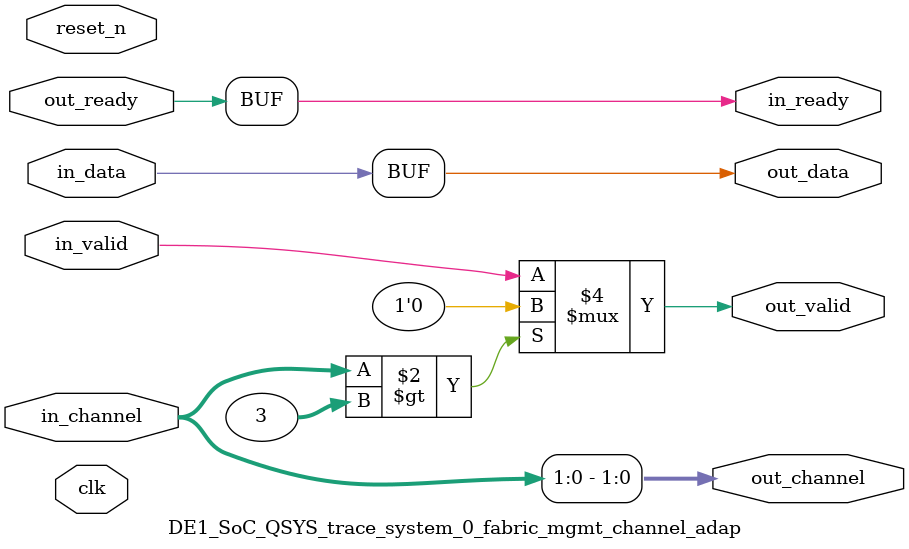
<source format=v>

`timescale 1ns / 100ps
module DE1_SoC_QSYS_trace_system_0_fabric_mgmt_channel_adap (
    
      // Interface: clk
      input              clk,
      // Interface: reset
      input              reset_n,
      // Interface: in
      output reg         in_ready,
      input              in_valid,
      input              in_data,
      input      [ 7: 0] in_channel,
      // Interface: out
      input              out_ready,
      output reg         out_valid,
      output reg         out_data,
      output reg [ 1: 0] out_channel
);



   // ---------------------------------------------------------------------
   //| Payload Mapping
   // ---------------------------------------------------------------------
   always @* begin
      in_ready = out_ready;
      out_valid = in_valid;
      out_data = in_data;

      out_channel = in_channel[ 1: 0];
      // Suppress channels that are higher than the destination's max_channel.
      if (in_channel > 3) begin
         out_valid = 0;
         // Simulation Message goes here.
      end
   end

endmodule


</source>
